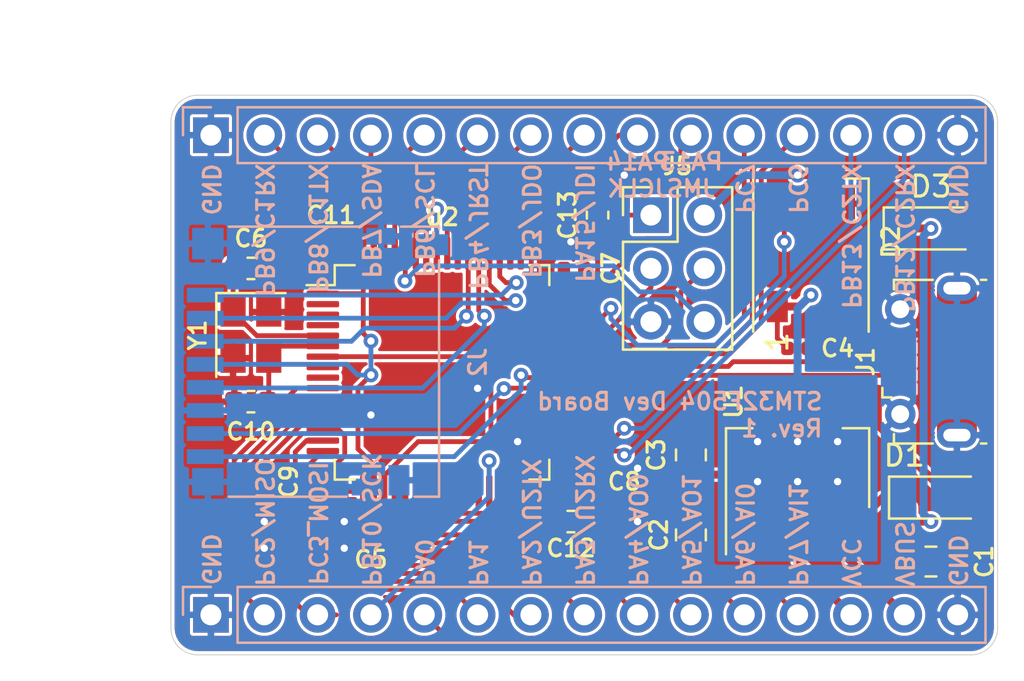
<source format=kicad_pcb>
(kicad_pcb (version 20171130) (host pcbnew 5.1.6+dfsg1-1)
  (layers (0 F.Cu signal) (31 B.Cu signal) (34 B.Paste user) (35 F.Paste user) (36 B.SilkS user) (37 F.SilkS user) (38 B.Mask user) (39 F.Mask user) (44 Edge.Cuts user))
  (net 0 "")
  (net 1 GND)
  (net 2 VBUS)
  (net 3 VCC)
  (net 4 "Net-(J1-Pad4)")
  (net 5 0)
  (net 6 RXD)
  (net 7 TXD)
  (net 8 EN)
  (net 9 "Net-(D1-Pad2)")
  (net 10 RGB)
  (net 11 "Net-(C13-Pad1)")
  (net 12 SD_DET)
  (net 13 SD_D2)
  (net 14 SD_D3)
  (net 15 SD_CMD)
  (net 16 SD_CLK)
  (net 17 SD_D0)
  (net 18 SD_D1)
  (net 19 DP)
  (net 20 DM)
  (net 21 PA1)
  (net 22 PA0)
  (net 23 PB12_CAN2_RX)
  (net 24 PB13_CAN2_TX)
  (net 25 PC7)
  (net 26 PC6)
  (net 27 PC3_MOSI)
  (net 28 PC2_MISO)
  (net 29 PA7_AI1)
  (net 30 PA6_AI0)
  (net 31 PA5_AO1)
  (net 32 PA4_AO0)
  (net 33 PA3_U2_RX)
  (net 34 PA2_U2_TX)
  (net 35 PB10_SCK)
  (net 36 PB8_CAN1_TX)
  (net 37 PB9_CAN1_RX)
  (net 38 PA13_JMS)
  (net 39 PA14_JCLK)
  (net 40 PA15_JDI)
  (net 41 PB3_JDO)
  (net 42 PB4_JRST)
  (net 43 PB6_SCL)
  (net 44 PB7_SDA)
  (net 45 "Net-(C6-Pad1)")
  (net 46 "Net-(C10-Pad1)")
  (net 47 "Net-(C12-Pad1)")
  (net 48 "Net-(D2-Pad2)")
  (net 49 "Net-(D3-Pad2)")
  (net 50 "Net-(U2-Pad44)")
  (net 51 "Net-(U2-Pad41)")
  (net 52 "Net-(U2-Pad30)")
  (net 53 "Net-(U2-Pad28)")
  (net 54 "Net-(U2-Pad27)")
  (net 55 "Net-(U2-Pad26)")
  (net 56 "Net-(U2-Pad25)")
  (net 57 "Net-(U2-Pad24)")
  (net 58 "Net-(U2-Pad9)")
  (net 59 "Net-(U2-Pad8)")
  (net 60 "Net-(U2-Pad4)")
  (net 61 "Net-(U2-Pad3)")
  (net 62 "Net-(U2-Pad2)")
  (module Diode_SMD:D_SOD-123 (layer F.Cu) (at 171.45 90.805)
    (fp_text reference D3 (at 0 -2) (layer F.SilkS))
    (fp_text value ~)
    (pad 2 smd rect (at 1.65 0) (size 0.9 1.2) (layers F.Cu F.Paste F.Mask) (net 49 "Net-(D3-Pad2)"))
    (pad 1 smd rect (at -1.65 0) (size 0.9 1.2) (layers F.Cu F.Paste F.Mask) (net 2 VBUS))
  )
  (module Diode_SMD:D_SOD-123 (layer F.Cu) (at 171.704 103.632)
    (fp_text reference D1 (at -1.524 -2) (layer F.SilkS))
    (fp_text value ~)
    (pad 2 smd rect (at 1.65 0) (size 0.9 1.2) (layers F.Cu F.Paste F.Mask) (net 9 "Net-(D1-Pad2)"))
    (pad 1 smd rect (at -1.65 0) (size 0.9 1.2) (layers F.Cu F.Paste F.Mask) (net 2 VBUS))
  )
  (module Capacitor_SMD:C_0603_1608Metric (layer F.Cu) (at 139.065 99.06 180)
    (fp_text reference C10 (at 0 -1.43) (layer F.SilkS) (effects (font (size 0.8 0.8))))
    (fp_text value 22pF)
    (pad 2 smd roundrect (at 0.7875 0 180) (size 0.875 0.95) (layers F.Cu F.Paste F.Mask) (net 1 GND))
    (pad 1 smd roundrect (at -0.7875 0 180) (size 0.875 0.95) (layers F.Cu F.Paste F.Mask) (net 46 "Net-(C10-Pad1)"))
  )
  (module Capacitor_SMD:C_0603_1608Metric (layer F.Cu) (at 139.065 92.71)
    (fp_text reference C6 (at 0 -1.43) (layer F.SilkS) (effects (font (size 0.8 0.8))))
    (fp_text value 22pF)
    (pad 2 smd roundrect (at 0.7875 0) (size 0.875 0.95) (layers F.Cu F.Paste F.Mask) (net 1 GND))
    (pad 1 smd roundrect (at -0.7875 0) (size 0.875 0.95) (layers F.Cu F.Paste F.Mask) (net 45 "Net-(C6-Pad1)"))
  )
  (module Capacitor_SMD:C_0603_1608Metric (layer F.Cu) (at 155.575 90.17 90)
    (fp_text reference C13 (at 0 -1.43 90) (layer F.SilkS) (effects (font (size 0.8 0.8))))
    (fp_text value 2.2uF)
    (pad 2 smd roundrect (at 0.7875 0 90) (size 0.875 0.95) (layers F.Cu F.Paste F.Mask) (net 1 GND))
    (pad 1 smd roundrect (at -0.7875 0 90) (size 0.875 0.95) (layers F.Cu F.Paste F.Mask) (net 11 "Net-(C13-Pad1)"))
  )
  (module Capacitor_SMD:C_0603_1608Metric (layer F.Cu) (at 154.305 104.775)
    (fp_text reference C12 (at 0 1.27) (layer F.SilkS) (effects (font (size 0.8 0.8))))
    (fp_text value 2.2uF)
    (pad 2 smd roundrect (at 0.7875 0) (size 0.875 0.95) (layers F.Cu F.Paste F.Mask) (net 1 GND))
    (pad 1 smd roundrect (at -0.7875 0) (size 0.875 0.95) (layers F.Cu F.Paste F.Mask) (net 47 "Net-(C12-Pad1)"))
  )
  (module Capacitor_SMD:C_0402_1005Metric (layer F.Cu) (at 142.875 91.44 180)
    (fp_text reference C11 (at 0 1.27) (layer F.SilkS) (effects (font (size 0.8 0.8))))
    (fp_text value 100nF)
    (pad 2 smd roundrect (at 0.485 0 180) (size 0.59 0.64) (layers F.Cu F.Paste F.Mask) (net 1 GND))
    (pad 1 smd roundrect (at -0.485 0 180) (size 0.59 0.64) (layers F.Cu F.Paste F.Mask) (net 3 VCC))
  )
  (module Capacitor_SMD:C_0402_1005Metric (layer F.Cu) (at 139.7 102.87 270)
    (fp_text reference C9 (at 0 -1.17 90) (layer F.SilkS) (effects (font (size 0.8 0.8))))
    (fp_text value 100nF)
    (pad 2 smd roundrect (at 0.485 0 270) (size 0.59 0.64) (layers F.Cu F.Paste F.Mask) (net 1 GND))
    (pad 1 smd roundrect (at -0.485 0 270) (size 0.59 0.64) (layers F.Cu F.Paste F.Mask) (net 3 VCC))
  )
  (module Capacitor_SMD:C_0402_1005Metric (layer F.Cu) (at 154.94 102.87)
    (fp_text reference C8 (at 1.905 0) (layer F.SilkS) (effects (font (size 0.8 0.8))))
    (fp_text value 100nF)
    (pad 2 smd roundrect (at 0.485 0) (size 0.59 0.64) (layers F.Cu F.Paste F.Mask) (net 1 GND))
    (pad 1 smd roundrect (at -0.485 0) (size 0.59 0.64) (layers F.Cu F.Paste F.Mask) (net 3 VCC))
  )
  (module Capacitor_SMD:C_0402_1005Metric (layer F.Cu) (at 154.455 92.71)
    (fp_text reference C7 (at 1.755 0 270) (layer F.SilkS) (effects (font (size 0.8 0.8))))
    (fp_text value 100nF)
    (pad 2 smd roundrect (at 0.485 0) (size 0.59 0.64) (layers F.Cu F.Paste F.Mask) (net 1 GND))
    (pad 1 smd roundrect (at -0.485 0) (size 0.59 0.64) (layers F.Cu F.Paste F.Mask) (net 3 VCC))
  )
  (module Capacitor_SMD:C_0402_1005Metric (layer F.Cu) (at 144.78 105.41 180)
    (fp_text reference C5 (at 0 -1.17) (layer F.SilkS) (effects (font (size 0.8 0.8))))
    (fp_text value 100nF)
    (pad 2 smd roundrect (at 0.485 0 180) (size 0.59 0.64) (layers F.Cu F.Paste F.Mask) (net 1 GND))
    (pad 1 smd roundrect (at -0.485 0 180) (size 0.59 0.64) (layers F.Cu F.Paste F.Mask) (net 3 VCC))
  )
  (module LED_SMD:LED_WS2812B_PLCC4_5.0x5.0mm_P3.2mm (layer F.Cu) (at 165.735 92.075 90)
    (fp_text reference D2 (at 0.635 3.81 90) (layer F.SilkS) (effects (font (size 0.8 0.8))))
    (fp_text value WS2812B)
    (fp_text user 1 (at -4.15 -1.6 90) (layer F.SilkS))
    (pad 1 smd rect (at -2.45 -1.6 90) (size 1.5 1) (layers F.Cu F.Paste F.Mask) (net 3 VCC))
    (pad 2 smd rect (at -2.45 1.6 90) (size 1.5 1) (layers F.Cu F.Paste F.Mask) (net 48 "Net-(D2-Pad2)"))
    (pad 4 smd rect (at 2.45 -1.6 90) (size 1.5 1) (layers F.Cu F.Paste F.Mask) (net 10 RGB))
    (pad 3 smd rect (at 2.45 1.6 90) (size 1.5 1) (layers F.Cu F.Paste F.Mask) (net 1 GND))
  )
  (module Connector_PinHeader_2.54mm:PinHeader_2x03_P2.54mm_Vertical (layer F.Cu) (at 158.115 90.17)
    (fp_text reference J5 (at 1.27 -2.33) (layer F.SilkS) (effects (font (size 0.8 0.8))))
    (fp_text value ~)
    (pad 6 thru_hole oval (at 2.54 5.08) (size 1.7 1.7) (drill 1) (layers *.Cu *.Mask) (net 5 0))
    (pad 5 thru_hole oval (at 0 5.08) (size 1.7 1.7) (drill 1) (layers *.Cu *.Mask) (net 1 GND))
    (pad 4 thru_hole oval (at 2.54 2.54) (size 1.7 1.7) (drill 1) (layers *.Cu *.Mask) (net 6 RXD))
    (pad 3 thru_hole oval (at 0 2.54) (size 1.7 1.7) (drill 1) (layers *.Cu *.Mask) (net 7 TXD))
    (pad 2 thru_hole oval (at 2.54 0) (size 1.7 1.7) (drill 1) (layers *.Cu *.Mask) (net 49 "Net-(D3-Pad2)"))
    (pad 1 thru_hole rect (at 0 0) (size 1.7 1.7) (drill 1) (layers *.Cu *.Mask) (net 8 EN))
  )
  (module Connector_Card:microSD_HC_Hirose_DM3D-SF (layer B.Cu) (at 142.24 97.155 90)
    (fp_text reference J2 (at -0.025 7.625 -90) (layer B.SilkS) (effects (font (size 0.8 0.8)) (justify mirror)))
    (fp_text value Micro_SD_Card_Det)
    (pad 10 smd rect (at 5.575 5.45 90) (size 1 1.55) (layers B.Cu B.Paste B.Mask) (net 12 SD_DET))
    (pad 11 smd rect (at 5.625 -5.225 90) (size 1.5 1.5) (layers B.Cu B.Paste B.Mask) (net 1 GND))
    (pad 1 smd rect (at 3.175 -5.35 90) (size 0.7 1.75) (layers B.Cu B.Paste B.Mask) (net 13 SD_D2))
    (pad 2 smd rect (at 2.075 -5.35 90) (size 0.7 1.75) (layers B.Cu B.Paste B.Mask) (net 14 SD_D3))
    (pad 3 smd rect (at 0.975 -5.35 90) (size 0.7 1.75) (layers B.Cu B.Paste B.Mask) (net 15 SD_CMD))
    (pad 4 smd rect (at -0.125 -5.35 90) (size 0.7 1.75) (layers B.Cu B.Paste B.Mask) (net 3 VCC))
    (pad 5 smd rect (at -1.225 -5.35 90) (size 0.7 1.75) (layers B.Cu B.Paste B.Mask) (net 16 SD_CLK))
    (pad 6 smd rect (at -2.325 -5.35 90) (size 0.7 1.75) (layers B.Cu B.Paste B.Mask) (net 1 GND))
    (pad 7 smd rect (at -3.425 -5.35 90) (size 0.7 1.75) (layers B.Cu B.Paste B.Mask) (net 17 SD_D0))
    (pad 11 smd rect (at 5.975 3.025 90) (size 0.8 1.4) (layers B.Cu B.Paste B.Mask) (net 1 GND))
    (pad 9 smd rect (at -5.65 3.875 90) (size 1.45 1) (layers B.Cu B.Paste B.Mask) (net 1 GND))
    (pad 11 smd rect (at -5.975 2.375 90) (size 0.8 1.5) (layers B.Cu B.Paste B.Mask) (net 1 GND))
    (pad 11 smd rect (at -5.725 -5.225 90) (size 1.3 1.5) (layers B.Cu B.Paste B.Mask) (net 1 GND))
    (pad 8 smd rect (at -4.525 -5.35 90) (size 0.7 1.75) (layers B.Cu B.Paste B.Mask) (net 18 SD_D1))
  )
  (module Connector_PinHeader_2.54mm:PinHeader_1x15_P2.54mm_Vertical (layer B.Cu) (at 137.16 86.36 270)
    (fp_text reference J4 hide)
    (fp_text value ~)
    (pad 15 thru_hole oval (at 0 -35.56 270) (size 1.7 1.7) (drill 1) (layers *.Cu *.Mask) (net 1 GND))
    (pad 14 thru_hole oval (at 0 -33.02 270) (size 1.7 1.7) (drill 1) (layers *.Cu *.Mask) (net 23 PB12_CAN2_RX))
    (pad 13 thru_hole oval (at 0 -30.48 270) (size 1.7 1.7) (drill 1) (layers *.Cu *.Mask) (net 24 PB13_CAN2_TX))
    (pad 12 thru_hole oval (at 0 -27.94 270) (size 1.7 1.7) (drill 1) (layers *.Cu *.Mask) (net 26 PC6))
    (pad 11 thru_hole oval (at 0 -25.4 270) (size 1.7 1.7) (drill 1) (layers *.Cu *.Mask) (net 25 PC7))
    (pad 10 thru_hole oval (at 0 -22.86 270) (size 1.7 1.7) (drill 1) (layers *.Cu *.Mask) (net 38 PA13_JMS))
    (pad 9 thru_hole oval (at 0 -20.32 270) (size 1.7 1.7) (drill 1) (layers *.Cu *.Mask) (net 39 PA14_JCLK))
    (pad 8 thru_hole oval (at 0 -17.78 270) (size 1.7 1.7) (drill 1) (layers *.Cu *.Mask) (net 40 PA15_JDI))
    (pad 7 thru_hole oval (at 0 -15.24 270) (size 1.7 1.7) (drill 1) (layers *.Cu *.Mask) (net 41 PB3_JDO))
    (pad 6 thru_hole oval (at 0 -12.7 270) (size 1.7 1.7) (drill 1) (layers *.Cu *.Mask) (net 42 PB4_JRST))
    (pad 5 thru_hole oval (at 0 -10.16 270) (size 1.7 1.7) (drill 1) (layers *.Cu *.Mask) (net 43 PB6_SCL))
    (pad 4 thru_hole oval (at 0 -7.62 270) (size 1.7 1.7) (drill 1) (layers *.Cu *.Mask) (net 44 PB7_SDA))
    (pad 3 thru_hole oval (at 0 -5.08 270) (size 1.7 1.7) (drill 1) (layers *.Cu *.Mask) (net 36 PB8_CAN1_TX))
    (pad 2 thru_hole oval (at 0 -2.54 270) (size 1.7 1.7) (drill 1) (layers *.Cu *.Mask) (net 37 PB9_CAN1_RX))
    (pad 1 thru_hole rect (at 0 0 270) (size 1.7 1.7) (drill 1) (layers *.Cu *.Mask) (net 1 GND))
  )
  (module Connector_PinHeader_2.54mm:PinHeader_1x15_P2.54mm_Vertical (layer B.Cu) (at 137.16 109.22 270)
    (fp_text reference J3 hide)
    (fp_text value ~)
    (pad 15 thru_hole oval (at 0 -35.56 270) (size 1.7 1.7) (drill 1) (layers *.Cu *.Mask) (net 1 GND))
    (pad 14 thru_hole oval (at 0 -33.02 270) (size 1.7 1.7) (drill 1) (layers *.Cu *.Mask) (net 2 VBUS))
    (pad 13 thru_hole oval (at 0 -30.48 270) (size 1.7 1.7) (drill 1) (layers *.Cu *.Mask) (net 3 VCC))
    (pad 12 thru_hole oval (at 0 -27.94 270) (size 1.7 1.7) (drill 1) (layers *.Cu *.Mask) (net 29 PA7_AI1))
    (pad 11 thru_hole oval (at 0 -25.4 270) (size 1.7 1.7) (drill 1) (layers *.Cu *.Mask) (net 30 PA6_AI0))
    (pad 10 thru_hole oval (at 0 -22.86 270) (size 1.7 1.7) (drill 1) (layers *.Cu *.Mask) (net 31 PA5_AO1))
    (pad 9 thru_hole oval (at 0 -20.32 270) (size 1.7 1.7) (drill 1) (layers *.Cu *.Mask) (net 32 PA4_AO0))
    (pad 8 thru_hole oval (at 0 -17.78 270) (size 1.7 1.7) (drill 1) (layers *.Cu *.Mask) (net 33 PA3_U2_RX))
    (pad 7 thru_hole oval (at 0 -15.24 270) (size 1.7 1.7) (drill 1) (layers *.Cu *.Mask) (net 34 PA2_U2_TX))
    (pad 6 thru_hole oval (at 0 -12.7 270) (size 1.7 1.7) (drill 1) (layers *.Cu *.Mask) (net 21 PA1))
    (pad 5 thru_hole oval (at 0 -10.16 270) (size 1.7 1.7) (drill 1) (layers *.Cu *.Mask) (net 22 PA0))
    (pad 4 thru_hole oval (at 0 -7.62 270) (size 1.7 1.7) (drill 1) (layers *.Cu *.Mask) (net 35 PB10_SCK))
    (pad 3 thru_hole oval (at 0 -5.08 270) (size 1.7 1.7) (drill 1) (layers *.Cu *.Mask) (net 27 PC3_MOSI))
    (pad 2 thru_hole oval (at 0 -2.54 270) (size 1.7 1.7) (drill 1) (layers *.Cu *.Mask) (net 28 PC2_MISO))
    (pad 1 thru_hole rect (at 0 0 270) (size 1.7 1.7) (drill 1) (layers *.Cu *.Mask) (net 1 GND))
  )
  (module Connector_USB:USB_Micro-B_Molex-105017-0001 (layer F.Cu) (at 171.45 97.155 90)
    (fp_text reference J1 (at 0 -3.1125 90) (layer F.SilkS) (effects (font (size 0.8 0.8))))
    (fp_text value USB_B_Micro)
    (pad 6 smd rect (at -2.9 1.2375 90) (size 1.2 1.9) (layers F.Cu F.Mask) (net 1 GND))
    (pad 6 smd rect (at 2.9 1.2375 90) (size 1.2 1.9) (layers F.Cu F.Mask) (net 1 GND))
    (pad 6 thru_hole oval (at 3.5 1.2375 90) (size 1.2 1.9) (drill oval 0.6 1.3) (layers *.Cu *.Mask) (net 1 GND))
    (pad 6 thru_hole oval (at -3.5 1.2375 270) (size 1.2 1.9) (drill oval 0.6 1.3) (layers *.Cu *.Mask) (net 1 GND))
    (pad 6 smd rect (at -1 1.2375 90) (size 1.5 1.9) (layers F.Cu F.Paste F.Mask) (net 1 GND))
    (pad 6 thru_hole circle (at 2.5 -1.4625 90) (size 1.45 1.45) (drill 0.85) (layers *.Cu *.Mask) (net 1 GND))
    (pad 3 smd rect (at 0 -1.4625 90) (size 0.4 1.35) (layers F.Cu F.Paste F.Mask) (net 19 DP))
    (pad 4 smd rect (at 0.65 -1.4625 90) (size 0.4 1.35) (layers F.Cu F.Paste F.Mask) (net 4 "Net-(J1-Pad4)"))
    (pad 5 smd rect (at 1.3 -1.4625 90) (size 0.4 1.35) (layers F.Cu F.Paste F.Mask) (net 1 GND))
    (pad 1 smd rect (at -1.3 -1.4625 90) (size 0.4 1.35) (layers F.Cu F.Paste F.Mask) (net 9 "Net-(D1-Pad2)"))
    (pad 2 smd rect (at -0.65 -1.4625 90) (size 0.4 1.35) (layers F.Cu F.Paste F.Mask) (net 20 DM))
    (pad 6 thru_hole circle (at -2.5 -1.4625 90) (size 1.45 1.45) (drill 0.85) (layers *.Cu *.Mask) (net 1 GND))
    (pad 6 smd rect (at 1 1.2375 90) (size 1.5 1.9) (layers F.Cu F.Paste F.Mask) (net 1 GND))
  )
  (module Package_TO_SOT_SMD:SOT-223-3_TabPin2 (layer F.Cu) (at 165.1 102.235 90)
    (fp_text reference U1 (at 3.175 -3.048 90) (layer F.SilkS) (effects (font (size 0.8 0.8))))
    (fp_text value AMS1117-3.3)
    (pad 1 smd rect (at -3.15 -2.3 90) (size 2 1.5) (layers F.Cu F.Paste F.Mask) (net 1 GND))
    (pad 3 smd rect (at -3.15 2.3 90) (size 2 1.5) (layers F.Cu F.Paste F.Mask) (net 2 VBUS))
    (pad 2 smd rect (at -3.15 0 90) (size 2 1.5) (layers F.Cu F.Paste F.Mask) (net 3 VCC))
    (pad 2 smd rect (at 3.15 0 90) (size 2 3.8) (layers F.Cu F.Paste F.Mask) (net 3 VCC))
  )
  (module Capacitor_SMD:C_0402_1005Metric (layer F.Cu) (at 165.1 96.52)
    (fp_text reference C4 (at 1.905 0) (layer F.SilkS) (effects (font (size 0.8 0.8))))
    (fp_text value 100nF)
    (pad 2 smd roundrect (at 0.485 0) (size 0.59 0.64) (layers F.Cu F.Paste F.Mask) (net 1 GND))
    (pad 1 smd roundrect (at -0.485 0) (size 0.59 0.64) (layers F.Cu F.Paste F.Mask) (net 3 VCC))
  )
  (module Capacitor_SMD:C_0805_2012Metric (layer F.Cu) (at 160.02 101.6 90)
    (fp_text reference C3 (at 0 -1.65 90) (layer F.SilkS) (effects (font (size 0.8 0.8))))
    (fp_text value 10uF)
    (pad 2 smd roundrect (at 0.9375 0 90) (size 0.975 1.4) (layers F.Cu F.Paste F.Mask) (net 1 GND))
    (pad 1 smd roundrect (at -0.9375 0 90) (size 0.975 1.4) (layers F.Cu F.Paste F.Mask) (net 3 VCC))
  )
  (module Capacitor_SMD:C_0805_2012Metric (layer F.Cu) (at 160.02 105.41 270)
    (fp_text reference C2 (at 0 1.524 90) (layer F.SilkS) (effects (font (size 0.8 0.8))))
    (fp_text value 10uF)
    (pad 2 smd roundrect (at 0.9375 0 270) (size 0.975 1.4) (layers F.Cu F.Paste F.Mask) (net 1 GND))
    (pad 1 smd roundrect (at -0.9375 0 270) (size 0.975 1.4) (layers F.Cu F.Paste F.Mask) (net 3 VCC))
  )
  (module Capacitor_SMD:C_0805_2012Metric (layer F.Cu) (at 171.45 106.68)
    (fp_text reference C1 (at 2.54 0 90) (layer F.SilkS) (effects (font (size 0.8 0.8))))
    (fp_text value 10uF)
    (pad 2 smd roundrect (at 0.9375 0) (size 0.975 1.4) (layers F.Cu F.Paste F.Mask) (net 1 GND))
    (pad 1 smd roundrect (at -0.9375 0) (size 0.975 1.4) (layers F.Cu F.Paste F.Mask) (net 2 VBUS))
  )
  (module Crystal:Crystal_SMD_3225-4Pin_3.2x2.5mm (layer F.Cu) (at 139.065 95.885 270)
    (fp_text reference Y1 (at 0 2.54 90) (layer F.SilkS) (effects (font (size 0.8 0.8))))
    (fp_text value "16 MHz")
    (pad 4 smd rect (at -1.1 -0.85 270) (size 1.4 1.2) (layers F.Cu F.Paste F.Mask) (net 1 GND))
    (pad 3 smd rect (at 1.1 -0.85 270) (size 1.4 1.2) (layers F.Cu F.Paste F.Mask) (net 46 "Net-(C10-Pad1)"))
    (pad 2 smd rect (at 1.1 0.85 270) (size 1.4 1.2) (layers F.Cu F.Paste F.Mask) (net 1 GND))
    (pad 1 smd rect (at -1.1 0.85 270) (size 1.4 1.2) (layers F.Cu F.Paste F.Mask) (net 45 "Net-(C6-Pad1)"))
  )
  (module Package_QFP:LQFP-64_10x10mm_P0.5mm (layer F.Cu) (at 148.165 97.665)
    (fp_text reference U2 (at 0 -7.4) (layer F.SilkS) (effects (font (size 0.8 0.8))))
    (fp_text value STM32F405RGTx)
    (pad 64 smd roundrect (at -3.75 -5.675) (size 0.3 1.55) (layers F.Cu F.Paste F.Mask) (net 3 VCC))
    (pad 63 smd roundrect (at -3.25 -5.675) (size 0.3 1.55) (layers F.Cu F.Paste F.Mask) (net 1 GND))
    (pad 62 smd roundrect (at -2.75 -5.675) (size 0.3 1.55) (layers F.Cu F.Paste F.Mask) (net 37 PB9_CAN1_RX))
    (pad 61 smd roundrect (at -2.25 -5.675) (size 0.3 1.55) (layers F.Cu F.Paste F.Mask) (net 36 PB8_CAN1_TX))
    (pad 60 smd roundrect (at -1.75 -5.675) (size 0.3 1.55) (layers F.Cu F.Paste F.Mask) (net 5 0))
    (pad 59 smd roundrect (at -1.25 -5.675) (size 0.3 1.55) (layers F.Cu F.Paste F.Mask) (net 44 PB7_SDA))
    (pad 58 smd roundrect (at -0.75 -5.675) (size 0.3 1.55) (layers F.Cu F.Paste F.Mask) (net 43 PB6_SCL))
    (pad 57 smd roundrect (at -0.25 -5.675) (size 0.3 1.55) (layers F.Cu F.Paste F.Mask) (net 12 SD_DET))
    (pad 56 smd roundrect (at 0.25 -5.675) (size 0.3 1.55) (layers F.Cu F.Paste F.Mask) (net 42 PB4_JRST))
    (pad 55 smd roundrect (at 0.75 -5.675) (size 0.3 1.55) (layers F.Cu F.Paste F.Mask) (net 41 PB3_JDO))
    (pad 54 smd roundrect (at 1.25 -5.675) (size 0.3 1.55) (layers F.Cu F.Paste F.Mask) (net 15 SD_CMD))
    (pad 53 smd roundrect (at 1.75 -5.675) (size 0.3 1.55) (layers F.Cu F.Paste F.Mask) (net 16 SD_CLK))
    (pad 52 smd roundrect (at 2.25 -5.675) (size 0.3 1.55) (layers F.Cu F.Paste F.Mask) (net 14 SD_D3))
    (pad 51 smd roundrect (at 2.75 -5.675) (size 0.3 1.55) (layers F.Cu F.Paste F.Mask) (net 13 SD_D2))
    (pad 50 smd roundrect (at 3.25 -5.675) (size 0.3 1.55) (layers F.Cu F.Paste F.Mask) (net 40 PA15_JDI))
    (pad 49 smd roundrect (at 3.75 -5.675) (size 0.3 1.55) (layers F.Cu F.Paste F.Mask) (net 39 PA14_JCLK))
    (pad 48 smd roundrect (at 5.675 -3.75) (size 1.55 0.3) (layers F.Cu F.Paste F.Mask) (net 3 VCC))
    (pad 47 smd roundrect (at 5.675 -3.25) (size 1.55 0.3) (layers F.Cu F.Paste F.Mask) (net 11 "Net-(C13-Pad1)"))
    (pad 46 smd roundrect (at 5.675 -2.75) (size 1.55 0.3) (layers F.Cu F.Paste F.Mask) (net 38 PA13_JMS))
    (pad 45 smd roundrect (at 5.675 -2.25) (size 1.55 0.3) (layers F.Cu F.Paste F.Mask) (net 10 RGB))
    (pad 44 smd roundrect (at 5.675 -1.75) (size 1.55 0.3) (layers F.Cu F.Paste F.Mask) (net 50 "Net-(U2-Pad44)"))
    (pad 43 smd roundrect (at 5.675 -1.25) (size 1.55 0.3) (layers F.Cu F.Paste F.Mask) (net 7 TXD))
    (pad 42 smd roundrect (at 5.675 -0.75) (size 1.55 0.3) (layers F.Cu F.Paste F.Mask) (net 6 RXD))
    (pad 41 smd roundrect (at 5.675 -0.25) (size 1.55 0.3) (layers F.Cu F.Paste F.Mask) (net 51 "Net-(U2-Pad41)"))
    (pad 40 smd roundrect (at 5.675 0.25) (size 1.55 0.3) (layers F.Cu F.Paste F.Mask) (net 18 SD_D1))
    (pad 39 smd roundrect (at 5.675 0.75) (size 1.55 0.3) (layers F.Cu F.Paste F.Mask) (net 17 SD_D0))
    (pad 38 smd roundrect (at 5.675 1.25) (size 1.55 0.3) (layers F.Cu F.Paste F.Mask) (net 25 PC7))
    (pad 37 smd roundrect (at 5.675 1.75) (size 1.55 0.3) (layers F.Cu F.Paste F.Mask) (net 26 PC6))
    (pad 36 smd roundrect (at 5.675 2.25) (size 1.55 0.3) (layers F.Cu F.Paste F.Mask) (net 19 DP))
    (pad 35 smd roundrect (at 5.675 2.75) (size 1.55 0.3) (layers F.Cu F.Paste F.Mask) (net 20 DM))
    (pad 34 smd roundrect (at 5.675 3.25) (size 1.55 0.3) (layers F.Cu F.Paste F.Mask) (net 24 PB13_CAN2_TX))
    (pad 33 smd roundrect (at 5.675 3.75) (size 1.55 0.3) (layers F.Cu F.Paste F.Mask) (net 23 PB12_CAN2_RX))
    (pad 32 smd roundrect (at 3.75 5.675) (size 0.3 1.55) (layers F.Cu F.Paste F.Mask) (net 3 VCC))
    (pad 31 smd roundrect (at 3.25 5.675) (size 0.3 1.55) (layers F.Cu F.Paste F.Mask) (net 47 "Net-(C12-Pad1)"))
    (pad 30 smd roundrect (at 2.75 5.675) (size 0.3 1.55) (layers F.Cu F.Paste F.Mask) (net 52 "Net-(U2-Pad30)"))
    (pad 29 smd roundrect (at 2.25 5.675) (size 0.3 1.55) (layers F.Cu F.Paste F.Mask) (net 35 PB10_SCK))
    (pad 28 smd roundrect (at 1.75 5.675) (size 0.3 1.55) (layers F.Cu F.Paste F.Mask) (net 53 "Net-(U2-Pad28)"))
    (pad 27 smd roundrect (at 1.25 5.675) (size 0.3 1.55) (layers F.Cu F.Paste F.Mask) (net 54 "Net-(U2-Pad27)"))
    (pad 26 smd roundrect (at 0.75 5.675) (size 0.3 1.55) (layers F.Cu F.Paste F.Mask) (net 55 "Net-(U2-Pad26)"))
    (pad 25 smd roundrect (at 0.25 5.675) (size 0.3 1.55) (layers F.Cu F.Paste F.Mask) (net 56 "Net-(U2-Pad25)"))
    (pad 24 smd roundrect (at -0.25 5.675) (size 0.3 1.55) (layers F.Cu F.Paste F.Mask) (net 57 "Net-(U2-Pad24)"))
    (pad 23 smd roundrect (at -0.75 5.675) (size 0.3 1.55) (layers F.Cu F.Paste F.Mask) (net 29 PA7_AI1))
    (pad 22 smd roundrect (at -1.25 5.675) (size 0.3 1.55) (layers F.Cu F.Paste F.Mask) (net 30 PA6_AI0))
    (pad 21 smd roundrect (at -1.75 5.675) (size 0.3 1.55) (layers F.Cu F.Paste F.Mask) (net 31 PA5_AO1))
    (pad 20 smd roundrect (at -2.25 5.675) (size 0.3 1.55) (layers F.Cu F.Paste F.Mask) (net 32 PA4_AO0))
    (pad 19 smd roundrect (at -2.75 5.675) (size 0.3 1.55) (layers F.Cu F.Paste F.Mask) (net 3 VCC))
    (pad 18 smd roundrect (at -3.25 5.675) (size 0.3 1.55) (layers F.Cu F.Paste F.Mask) (net 1 GND))
    (pad 17 smd roundrect (at -3.75 5.675) (size 0.3 1.55) (layers F.Cu F.Paste F.Mask) (net 33 PA3_U2_RX))
    (pad 16 smd roundrect (at -5.675 3.75) (size 1.55 0.3) (layers F.Cu F.Paste F.Mask) (net 34 PA2_U2_TX))
    (pad 15 smd roundrect (at -5.675 3.25) (size 1.55 0.3) (layers F.Cu F.Paste F.Mask) (net 21 PA1))
    (pad 14 smd roundrect (at -5.675 2.75) (size 1.55 0.3) (layers F.Cu F.Paste F.Mask) (net 22 PA0))
    (pad 13 smd roundrect (at -5.675 2.25) (size 1.55 0.3) (layers F.Cu F.Paste F.Mask) (net 3 VCC))
    (pad 12 smd roundrect (at -5.675 1.75) (size 1.55 0.3) (layers F.Cu F.Paste F.Mask) (net 1 GND))
    (pad 11 smd roundrect (at -5.675 1.25) (size 1.55 0.3) (layers F.Cu F.Paste F.Mask) (net 27 PC3_MOSI))
    (pad 10 smd roundrect (at -5.675 0.75) (size 1.55 0.3) (layers F.Cu F.Paste F.Mask) (net 28 PC2_MISO))
    (pad 9 smd roundrect (at -5.675 0.25) (size 1.55 0.3) (layers F.Cu F.Paste F.Mask) (net 58 "Net-(U2-Pad9)"))
    (pad 8 smd roundrect (at -5.675 -0.25) (size 1.55 0.3) (layers F.Cu F.Paste F.Mask) (net 59 "Net-(U2-Pad8)"))
    (pad 7 smd roundrect (at -5.675 -0.75) (size 1.55 0.3) (layers F.Cu F.Paste F.Mask) (net 8 EN))
    (pad 6 smd roundrect (at -5.675 -1.25) (size 1.55 0.3) (layers F.Cu F.Paste F.Mask) (net 46 "Net-(C10-Pad1)"))
    (pad 5 smd roundrect (at -5.675 -1.75) (size 1.55 0.3) (layers F.Cu F.Paste F.Mask) (net 45 "Net-(C6-Pad1)"))
    (pad 4 smd roundrect (at -5.675 -2.25) (size 1.55 0.3) (layers F.Cu F.Paste F.Mask) (net 60 "Net-(U2-Pad4)"))
    (pad 3 smd roundrect (at -5.675 -2.75) (size 1.55 0.3) (layers F.Cu F.Paste F.Mask) (net 61 "Net-(U2-Pad3)"))
    (pad 2 smd roundrect (at -5.675 -3.25) (size 1.55 0.3) (layers F.Cu F.Paste F.Mask) (net 62 "Net-(U2-Pad2)"))
    (pad 1 smd roundrect (at -5.675 -3.75) (size 1.55 0.3) (layers F.Cu F.Paste F.Mask) (net 3 VCC))
  )
  (gr_text "STM32F504 Dev Board\nRev. 1" (at 166.37 99.695) (layer B.SilkS) (effects (font (size 0.8 0.8)) (justify left mirror)))
  (gr_text GND (at 137.16 87.63 270) (layer B.SilkS) (effects (font (size 0.8 0.8)) (justify right mirror)))
  (gr_text PB9/C1RX (at 139.7 87.63 270) (layer B.SilkS) (effects (font (size 0.8 0.8)) (justify right mirror)))
  (gr_text PB8/C1TX (at 142.24 87.63 270) (layer B.SilkS) (effects (font (size 0.8 0.8)) (justify right mirror)))
  (gr_text PB7/SDA (at 144.78 87.63 270) (layer B.SilkS) (effects (font (size 0.8 0.8)) (justify right mirror)))
  (gr_text PB6/SCL (at 147.32 87.63 270) (layer B.SilkS) (effects (font (size 0.8 0.8)) (justify right mirror)))
  (gr_text PB4/JRST (at 149.86 87.63 270) (layer B.SilkS) (effects (font (size 0.8 0.8)) (justify right mirror)))
  (gr_text PB3/JDO (at 152.4 87.63 270) (layer B.SilkS) (effects (font (size 0.8 0.8)) (justify right mirror)))
  (gr_text PA15/JDI (at 154.94 87.63 270) (layer B.SilkS) (effects (font (size 0.8 0.8)) (justify right mirror)))
  (gr_text "PA14\nJCLK" (at 157.48 88.265) (layer B.SilkS) (effects (font (size 0.8 0.8)) (justify mirror)))
  (gr_text "PA13\nJMS" (at 160.02 88.265) (layer B.SilkS) (effects (font (size 0.8 0.8)) (justify mirror)))
  (gr_text PC7 (at 162.56 87.63 270) (layer B.SilkS) (effects (font (size 0.8 0.8)) (justify right mirror)))
  (gr_text PC6 (at 165.1 87.63 270) (layer B.SilkS) (effects (font (size 0.8 0.8)) (justify right mirror)))
  (gr_text PB13/C2TX (at 167.64 87.63 270) (layer B.SilkS) (effects (font (size 0.8 0.8)) (justify right mirror)))
  (gr_text PB12/C2RX (at 170.18 87.63 270) (layer B.SilkS) (effects (font (size 0.8 0.8)) (justify right mirror)))
  (gr_text GND (at 172.72 87.63 270) (layer B.SilkS) (effects (font (size 0.8 0.8)) (justify right mirror)))
  (gr_text PA2/U2TX (at 152.4 107.95 270) (layer B.SilkS) (effects (font (size 0.8 0.8)) (justify left mirror)))
  (gr_text PA1 (at 149.86 107.95 270) (layer B.SilkS) (effects (font (size 0.8 0.8)) (justify left mirror)))
  (gr_text PA0 (at 147.32 107.95 270) (layer B.SilkS) (effects (font (size 0.8 0.8)) (justify left mirror)))
  (gr_text PB10/SCK (at 144.78 107.95 270) (layer B.SilkS) (effects (font (size 0.8 0.8)) (justify left mirror)))
  (gr_text PC3_MOSI (at 142.24 107.89 270) (layer B.SilkS) (effects (font (size 0.8 0.8)) (justify left mirror)))
  (gr_text GND (at 137.16 107.89 270) (layer B.SilkS) (effects (font (size 0.8 0.8)) (justify left mirror)))
  (gr_text PC2/MISO (at 139.7 107.95 270) (layer B.SilkS) (effects (font (size 0.8 0.8)) (justify left mirror)))
  (gr_text PA3/U2RX (at 154.94 107.95 270) (layer B.SilkS) (effects (font (size 0.8 0.8)) (justify left mirror)))
  (gr_text PA4/AO0 (at 157.48 107.95 270) (layer B.SilkS) (effects (font (size 0.8 0.8)) (justify left mirror)))
  (gr_text PA5/AO1 (at 160.02 107.95 270) (layer B.SilkS) (effects (font (size 0.8 0.8)) (justify left mirror)))
  (gr_text PA6/AI0 (at 162.56 107.95 270) (layer B.SilkS) (effects (font (size 0.8 0.8)) (justify left mirror)))
  (gr_text PA7/AI1 (at 165.1 107.95 270) (layer B.SilkS) (effects (font (size 0.8 0.8)) (justify left mirror)))
  (gr_text VCC (at 167.64 107.95 270) (layer B.SilkS) (effects (font (size 0.8 0.8)) (justify left mirror)))
  (gr_text VBUS (at 170.18 107.95 270) (layer B.SilkS) (effects (font (size 0.8 0.8)) (justify left mirror)))
  (gr_text GND (at 172.72 107.95 270) (layer B.SilkS) (effects (font (size 0.8 0.8)) (justify left mirror)))
  (gr_arc (start 173.355 85.725) (end 174.625 85.725) (angle -90) (layer Edge.Cuts) (width 0.05))
  (gr_arc (start 173.355 109.855) (end 173.355 111.125) (angle -90) (layer Edge.Cuts) (width 0.05))
  (gr_arc (start 136.525 109.855) (end 135.255 109.855) (angle -90) (layer Edge.Cuts) (width 0.05))
  (gr_arc (start 136.525 85.725) (end 136.525 84.455) (angle -90) (layer Edge.Cuts) (width 0.05))
  (gr_line (start 135.255 109.855) (end 135.255 85.725) (layer Edge.Cuts) (width 0.05))
  (gr_line (start 173.355 111.125) (end 136.525 111.125) (layer Edge.Cuts) (width 0.05))
  (gr_line (start 174.625 85.725) (end 174.625 109.855) (layer Edge.Cuts) (width 0.05))
  (gr_line (start 136.525 84.455) (end 173.355 84.455) (layer Edge.Cuts) (width 0.05))
  (via (at 144.78 99.695) (size 0.7) (drill 0.35) (layers F.Cu B.Cu) (net 1))
  (via (at 157.48 104.775) (size 0.7) (drill 0.35) (layers F.Cu B.Cu) (net 1))
  (via (at 157.48 102.235) (size 0.7) (drill 0.35) (layers F.Cu B.Cu) (net 1))
  (via (at 151.765 100.965) (size 0.7) (drill 0.35) (layers F.Cu B.Cu) (net 1))
  (via (at 149.86 98.425) (size 0.7) (drill 0.35) (layers F.Cu B.Cu) (net 1))
  (via (at 156.845 88.265) (size 0.7) (drill 0.35) (layers F.Cu B.Cu) (net 1))
  (via (at 154.305 91.44) (size 0.7) (drill 0.35) (layers F.Cu B.Cu) (net 1))
  (via (at 143.51 104.775) (size 0.7) (drill 0.35) (layers F.Cu B.Cu) (net 1))
  (via (at 143.51 106.045) (size 0.7) (drill 0.35) (layers F.Cu B.Cu) (net 1))
  (via (at 139.7 104.775) (size 0.7) (drill 0.35) (layers F.Cu B.Cu) (net 1))
  (via (at 139.7 106.045) (size 0.7) (drill 0.35) (layers F.Cu B.Cu) (net 1))
  (segment (start 167.4 106.44) (end 170.18 109.22) (width 0.381) (layer F.Cu) (net 2))
  (segment (start 167.4 105.385) (end 167.4 106.44) (width 0.381) (layer F.Cu) (net 2))
  (segment (start 169.153 103.632) (end 167.4 105.385) (width 0.381) (layer F.Cu) (net 2))
  (segment (start 170.054 103.632) (end 169.153 103.632) (width 0.381) (layer F.Cu) (net 2))
  (segment (start 170.5125 104.0905) (end 170.054 103.632) (width 0.381) (layer F.Cu) (net 2))
  (via (at 171.45 90.805) (size 0.7) (drill 0.35) (layers F.Cu B.Cu) (net 2))
  (segment (start 169.8 90.805) (end 171.45 90.805) (width 0.381) (layer F.Cu) (net 2))
  (segment (start 171.100001 104.425001) (end 171.45 104.775) (width 0.381) (layer B.Cu) (net 2))
  (via (at 171.45 104.775) (size 0.7) (drill 0.35) (layers F.Cu B.Cu) (net 2))
  (segment (start 171.100001 91.154999) (end 171.100001 104.425001) (width 0.381) (layer B.Cu) (net 2))
  (segment (start 171.45 90.805) (end 171.100001 91.154999) (width 0.381) (layer B.Cu) (net 2))
  (segment (start 170.54 104.775) (end 170.5125 104.7475) (width 0.381) (layer F.Cu) (net 2))
  (segment (start 171.45 104.775) (end 170.54 104.775) (width 0.381) (layer F.Cu) (net 2))
  (segment (start 170.5125 104.7475) (end 170.5125 104.0905) (width 0.381) (layer F.Cu) (net 2))
  (segment (start 170.5125 106.68) (end 170.5125 104.7475) (width 0.381) (layer F.Cu) (net 2))
  (segment (start 160.0325 102.55) (end 160.02 102.5375) (width 0.2286) (layer F.Cu) (net 3))
  (segment (start 145.415 105.26) (end 145.415 103.34) (width 0.2286) (layer F.Cu) (net 3))
  (segment (start 145.265 105.41) (end 145.415 105.26) (width 0.2286) (layer F.Cu) (net 3))
  (segment (start 153.97 93.785) (end 153.84 93.915) (width 0.2286) (layer F.Cu) (net 3))
  (segment (start 153.97 92.71) (end 153.97 93.785) (width 0.2286) (layer F.Cu) (net 3))
  (segment (start 165.1 100.965) (end 165.1 99.085) (width 0.2286) (layer F.Cu) (net 3))
  (via (at 165.1 100.965) (size 0.7) (drill 0.35) (layers F.Cu B.Cu) (net 3))
  (via (at 163.195 100.965) (size 0.7) (drill 0.35) (layers F.Cu B.Cu) (net 3))
  (via (at 167.005 100.965) (size 0.7) (drill 0.35) (layers F.Cu B.Cu) (net 3))
  (via (at 167.005 102.87) (size 0.7) (drill 0.35) (layers F.Cu B.Cu) (net 3))
  (segment (start 165.1 102.87) (end 165.1 102.55) (width 0.2286) (layer F.Cu) (net 3))
  (via (at 165.1 102.87) (size 0.7) (drill 0.35) (layers F.Cu B.Cu) (net 3))
  (via (at 163.195 102.87) (size 0.7) (drill 0.35) (layers F.Cu B.Cu) (net 3))
  (segment (start 162.8625 102.5375) (end 163.195 102.87) (width 0.381) (layer F.Cu) (net 3))
  (segment (start 160.02 102.5375) (end 162.8625 102.5375) (width 0.381) (layer F.Cu) (net 3))
  (segment (start 160.02 102.5375) (end 160.02 104.4725) (width 0.381) (layer F.Cu) (net 3))
  (segment (start 165.1 106.68) (end 167.64 109.22) (width 0.381) (layer F.Cu) (net 3))
  (segment (start 165.1 105.385) (end 165.1 106.68) (width 0.381) (layer F.Cu) (net 3))
  (via (at 165.735 93.98) (size 0.7) (drill 0.35) (layers F.Cu B.Cu) (net 3))
  (segment (start 165.19 94.525) (end 165.735 93.98) (width 0.381) (layer F.Cu) (net 3))
  (segment (start 164.135 94.525) (end 165.19 94.525) (width 0.381) (layer F.Cu) (net 3))
  (segment (start 165.1 94.615) (end 165.1 100.965) (width 0.381) (layer B.Cu) (net 3))
  (segment (start 165.735 93.98) (end 165.1 94.615) (width 0.381) (layer B.Cu) (net 3))
  (segment (start 164.135 96.04) (end 164.615 96.52) (width 0.2286) (layer F.Cu) (net 3))
  (segment (start 164.135 94.525) (end 164.135 96.04) (width 0.2286) (layer F.Cu) (net 3))
  (segment (start 151.915 103.34) (end 151.915 102.385) (width 0.2286) (layer F.Cu) (net 3))
  (segment (start 151.915 102.385) (end 150.495 100.965) (width 0.2286) (layer F.Cu) (net 3))
  (segment (start 145.415 102.581746) (end 145.415 103.34) (width 0.2286) (layer F.Cu) (net 3))
  (segment (start 147.031746 100.965) (end 145.415 102.581746) (width 0.2286) (layer F.Cu) (net 3))
  (segment (start 150.495 100.965) (end 147.031746 100.965) (width 0.2286) (layer F.Cu) (net 3))
  (segment (start 159.02459 103.53291) (end 160.02 102.5375) (width 0.381) (layer F.Cu) (net 3))
  (segment (start 151.915 103.34) (end 152.10791 103.53291) (width 0.381) (layer F.Cu) (net 3))
  (segment (start 154.46709 102.88209) (end 154.455 102.87) (width 0.2286) (layer F.Cu) (net 3))
  (segment (start 154.46709 103.53291) (end 154.46709 102.88209) (width 0.2286) (layer F.Cu) (net 3))
  (segment (start 152.10791 103.53291) (end 154.46709 103.53291) (width 0.381) (layer F.Cu) (net 3))
  (segment (start 154.46709 103.53291) (end 159.02459 103.53291) (width 0.381) (layer F.Cu) (net 3))
  (segment (start 152.79829 94.18171) (end 152.79829 94.98171) (width 0.2286) (layer F.Cu) (net 3))
  (segment (start 153.065 93.915) (end 152.79829 94.18171) (width 0.2286) (layer F.Cu) (net 3))
  (segment (start 153.84 93.915) (end 153.065 93.915) (width 0.2286) (layer F.Cu) (net 3))
  (segment (start 152.79829 94.98171) (end 150.495 97.285) (width 0.2286) (layer F.Cu) (net 3))
  (segment (start 150.495 97.285) (end 150.495 100.965) (width 0.2286) (layer F.Cu) (net 3))
  (via (at 144.78 97.79) (size 0.7) (drill 0.35) (layers F.Cu B.Cu) (net 3))
  (segment (start 143.635 97.28) (end 144.145 97.79) (width 0.2286) (layer B.Cu) (net 3))
  (segment (start 136.89 97.28) (end 143.635 97.28) (width 0.2286) (layer B.Cu) (net 3))
  (segment (start 145.415 102.565) (end 145.415 103.34) (width 0.2286) (layer F.Cu) (net 3))
  (segment (start 144.163299 101.313299) (end 145.415 102.565) (width 0.2286) (layer F.Cu) (net 3))
  (segment (start 144.78 97.79) (end 144.163299 98.406701) (width 0.2286) (layer F.Cu) (net 3))
  (segment (start 142.511701 99.936701) (end 142.49 99.915) (width 0.2286) (layer F.Cu) (net 3))
  (segment (start 144.163299 99.936701) (end 142.511701 99.936701) (width 0.2286) (layer F.Cu) (net 3))
  (segment (start 144.163299 98.406701) (end 144.163299 99.936701) (width 0.2286) (layer F.Cu) (net 3))
  (segment (start 144.163299 99.936701) (end 144.163299 101.313299) (width 0.2286) (layer F.Cu) (net 3))
  (segment (start 144.145 97.79) (end 144.78 97.79) (width 0.2286) (layer B.Cu) (net 3))
  (segment (start 143.865 91.44) (end 144.415 91.99) (width 0.2286) (layer F.Cu) (net 3))
  (segment (start 143.36 91.44) (end 143.865 91.44) (width 0.2286) (layer F.Cu) (net 3))
  (segment (start 142.49 99.915) (end 141.715 99.915) (width 0.2286) (layer F.Cu) (net 3))
  (segment (start 139.7 101.93) (end 139.7 102.385) (width 0.2286) (layer F.Cu) (net 3))
  (segment (start 141.715 99.915) (end 139.7 101.93) (width 0.2286) (layer F.Cu) (net 3))
  (segment (start 144.78 97.79) (end 144.78 96.17) (width 0.2286) (layer B.Cu) (net 3))
  (via (at 144.78 96.17) (size 0.7) (drill 0.35) (layers F.Cu B.Cu) (net 3))
  (segment (start 144.415 95.805) (end 144.78 96.17) (width 0.2286) (layer F.Cu) (net 3))
  (segment (start 144.415 93.915) (end 142.49 93.915) (width 0.2286) (layer F.Cu) (net 3))
  (segment (start 144.415 91.99) (end 144.415 93.915) (width 0.2286) (layer F.Cu) (net 3))
  (segment (start 144.415 93.915) (end 144.415 95.805) (width 0.2286) (layer F.Cu) (net 3))
  (segment (start 146.415 93.295) (end 146.4 93.31) (width 0.2286) (layer F.Cu) (net 5))
  (via (at 146.4 93.31) (size 0.7) (drill 0.35) (layers F.Cu B.Cu) (net 5))
  (segment (start 146.415 91.99) (end 146.415 93.295) (width 0.2286) (layer F.Cu) (net 5))
  (segment (start 146.4 93.31) (end 147.12 92.59) (width 0.2286) (layer B.Cu) (net 5))
  (segment (start 157.578983 93.826701) (end 159.231701 93.826701) (width 0.2286) (layer B.Cu) (net 5))
  (segment (start 159.231701 93.826701) (end 160.655 95.25) (width 0.2286) (layer B.Cu) (net 5))
  (segment (start 156.342282 92.59) (end 157.578983 93.826701) (width 0.2286) (layer B.Cu) (net 5))
  (segment (start 147.12 92.59) (end 156.342282 92.59) (width 0.2286) (layer B.Cu) (net 5))
  (segment (start 159.538299 95.479419) (end 159.538299 93.826701) (width 0.2286) (layer F.Cu) (net 6))
  (segment (start 155.909849 96.366701) (end 158.651017 96.366701) (width 0.2286) (layer F.Cu) (net 6))
  (segment (start 155.36155 96.915) (end 155.909849 96.366701) (width 0.2286) (layer F.Cu) (net 6))
  (segment (start 158.651017 96.366701) (end 159.538299 95.479419) (width 0.2286) (layer F.Cu) (net 6))
  (segment (start 159.538299 93.826701) (end 160.655 92.71) (width 0.2286) (layer F.Cu) (net 6))
  (segment (start 153.84 96.915) (end 155.36155 96.915) (width 0.2286) (layer F.Cu) (net 6))
  (segment (start 158.115 93.62272) (end 158.115 92.71) (width 0.2286) (layer F.Cu) (net 7))
  (segment (start 153.84 96.415) (end 155.32272 96.415) (width 0.2286) (layer F.Cu) (net 7))
  (segment (start 155.32272 96.415) (end 158.115 93.62272) (width 0.2286) (layer F.Cu) (net 7))
  (segment (start 149.910333 96.915) (end 142.49 96.915) (width 0.2286) (layer F.Cu) (net 8))
  (segment (start 152.417279 94.408054) (end 149.910333 96.915) (width 0.2286) (layer F.Cu) (net 8))
  (segment (start 158.115 90.17) (end 154.32658 90.17) (width 0.2286) (layer F.Cu) (net 8))
  (segment (start 154.32658 90.17) (end 152.417279 92.079301) (width 0.2286) (layer F.Cu) (net 8))
  (segment (start 152.417279 92.079301) (end 152.417279 94.408054) (width 0.2286) (layer F.Cu) (net 8))
  (segment (start 172.384006 103.632) (end 173.354 103.632) (width 0.381) (layer F.Cu) (net 9))
  (segment (start 168.919599 100.167593) (end 172.384006 103.632) (width 0.381) (layer F.Cu) (net 9))
  (segment (start 168.919599 98.466901) (end 168.919599 100.167593) (width 0.381) (layer F.Cu) (net 9))
  (segment (start 168.9315 98.455) (end 168.919599 98.466901) (width 0.381) (layer F.Cu) (net 9))
  (segment (start 169.9875 98.455) (end 168.9315 98.455) (width 0.381) (layer F.Cu) (net 9))
  (via (at 156.21 94.615) (size 0.7) (drill 0.35) (layers F.Cu B.Cu) (net 10))
  (segment (start 155.41 95.415) (end 156.21 94.615) (width 0.2286) (layer F.Cu) (net 10))
  (segment (start 153.84 95.415) (end 155.41 95.415) (width 0.2286) (layer F.Cu) (net 10))
  (via (at 164.465 91.44) (size 0.7) (drill 0.35) (layers F.Cu B.Cu) (net 10))
  (segment (start 164.465 89.955) (end 164.135 89.625) (width 0.2286) (layer F.Cu) (net 10))
  (segment (start 164.465 91.44) (end 164.465 89.955) (width 0.2286) (layer F.Cu) (net 10))
  (segment (start 156.21 95.109974) (end 156.21 94.615) (width 0.2286) (layer B.Cu) (net 10))
  (segment (start 157.466727 96.366701) (end 156.21 95.109974) (width 0.2286) (layer B.Cu) (net 10))
  (segment (start 161.191017 96.366701) (end 157.466727 96.366701) (width 0.2286) (layer B.Cu) (net 10))
  (segment (start 164.465 93.092718) (end 161.191017 96.366701) (width 0.2286) (layer B.Cu) (net 10))
  (segment (start 164.465 91.44) (end 164.465 93.092718) (width 0.2286) (layer B.Cu) (net 10))
  (segment (start 155.0925 90.805) (end 155.50171 91.21421) (width 0.2286) (layer F.Cu) (net 11))
  (segment (start 154.615 94.415) (end 153.84 94.415) (width 0.2286) (layer F.Cu) (net 11))
  (segment (start 154.88171 94.14829) (end 154.615 94.415) (width 0.2286) (layer F.Cu) (net 11))
  (segment (start 154.88171 93.674072) (end 154.88171 94.14829) (width 0.2286) (layer F.Cu) (net 11))
  (segment (start 155.575 92.980782) (end 154.88171 93.674072) (width 0.2286) (layer F.Cu) (net 11))
  (segment (start 155.575 90.9575) (end 155.575 92.980782) (width 0.2286) (layer F.Cu) (net 11))
  (via (at 147.91 89.88) (size 0.7) (drill 0.35) (layers F.Cu B.Cu) (net 12))
  (segment (start 147.915 89.885) (end 147.91 89.88) (width 0.2286) (layer F.Cu) (net 12))
  (segment (start 147.915 91.99) (end 147.915 89.885) (width 0.2286) (layer F.Cu) (net 12))
  (segment (start 147.91 91.36) (end 147.69 91.58) (width 0.2286) (layer B.Cu) (net 12))
  (segment (start 147.91 89.88) (end 147.91 91.36) (width 0.2286) (layer B.Cu) (net 12))
  (segment (start 151.587157 93.387963) (end 151.70329 93.387963) (width 0.2286) (layer B.Cu) (net 13))
  (segment (start 150.915 91.99) (end 150.915 93.094647) (width 0.2286) (layer F.Cu) (net 13))
  (segment (start 151.208316 93.387963) (end 151.70329 93.387963) (width 0.2286) (layer F.Cu) (net 13))
  (segment (start 136.89 93.98) (end 150.99512 93.98) (width 0.2286) (layer B.Cu) (net 13))
  (segment (start 150.99512 93.98) (end 151.587157 93.387963) (width 0.2286) (layer B.Cu) (net 13))
  (via (at 151.70329 93.387963) (size 0.7) (drill 0.35) (layers F.Cu B.Cu) (net 13))
  (segment (start 150.915 93.094647) (end 151.208316 93.387963) (width 0.2286) (layer F.Cu) (net 13))
  (segment (start 148.36383 95.08) (end 149.082819 94.361011) (width 0.2286) (layer B.Cu) (net 14))
  (via (at 151.67609 94.239941) (size 0.7) (drill 0.35) (layers F.Cu B.Cu) (net 14))
  (segment (start 150.415 93.473825) (end 151.181116 94.239941) (width 0.2286) (layer F.Cu) (net 14))
  (segment (start 151.55502 94.361011) (end 151.67609 94.239941) (width 0.2286) (layer B.Cu) (net 14))
  (segment (start 136.89 95.08) (end 148.36383 95.08) (width 0.2286) (layer B.Cu) (net 14))
  (segment (start 151.181116 94.239941) (end 151.67609 94.239941) (width 0.2286) (layer F.Cu) (net 14))
  (segment (start 149.082819 94.361011) (end 151.55502 94.361011) (width 0.2286) (layer B.Cu) (net 14))
  (segment (start 150.415 91.99) (end 150.415 93.473825) (width 0.2286) (layer F.Cu) (net 14))
  (via (at 149.327642 94.988349) (size 0.7) (drill 0.35) (layers F.Cu B.Cu) (net 15))
  (segment (start 149.415 91.99) (end 149.415 94.900991) (width 0.2286) (layer F.Cu) (net 15))
  (segment (start 149.415 94.900991) (end 149.327642 94.988349) (width 0.2286) (layer F.Cu) (net 15))
  (segment (start 136.89 96.18) (end 143.857282 96.18) (width 0.2286) (layer B.Cu) (net 15))
  (segment (start 143.857282 96.18) (end 144.483983 95.553299) (width 0.2286) (layer B.Cu) (net 15))
  (segment (start 144.483983 95.553299) (end 148.762692 95.553299) (width 0.2286) (layer B.Cu) (net 15))
  (segment (start 148.762692 95.553299) (end 149.327642 94.988349) (width 0.2286) (layer B.Cu) (net 15))
  (segment (start 149.915 94.712735) (end 150.179986 94.977721) (width 0.2286) (layer F.Cu) (net 16))
  (segment (start 149.915 91.99) (end 149.915 94.712735) (width 0.2286) (layer F.Cu) (net 16))
  (via (at 150.179986 94.977721) (size 0.7) (drill 0.35) (layers F.Cu B.Cu) (net 16))
  (segment (start 147.245979 98.406702) (end 150.179986 95.472695) (width 0.2286) (layer B.Cu) (net 16))
  (segment (start 136.89 98.38) (end 136.916702 98.406702) (width 0.2286) (layer B.Cu) (net 16))
  (segment (start 136.916702 98.406702) (end 147.245979 98.406702) (width 0.2286) (layer B.Cu) (net 16))
  (segment (start 150.179986 95.472695) (end 150.179986 94.977721) (width 0.2286) (layer B.Cu) (net 16))
  (via (at 151.11171 98.44) (size 0.7) (drill 0.35) (layers F.Cu B.Cu) (net 17))
  (segment (start 136.89 100.58) (end 148.97171 100.58) (width 0.2286) (layer B.Cu) (net 17))
  (segment (start 148.97171 100.58) (end 151.11171 98.44) (width 0.2286) (layer B.Cu) (net 17))
  (segment (start 153.84 98.415) (end 151.13671 98.415) (width 0.2286) (layer F.Cu) (net 17))
  (segment (start 151.13671 98.415) (end 151.11171 98.44) (width 0.2286) (layer F.Cu) (net 17))
  (via (at 151.93 97.79829) (size 0.7) (drill 0.35) (layers F.Cu B.Cu) (net 18))
  (segment (start 153.84 97.915) (end 152.04671 97.915) (width 0.2286) (layer F.Cu) (net 18))
  (segment (start 152.04671 97.915) (end 151.93 97.79829) (width 0.2286) (layer F.Cu) (net 18))
  (segment (start 151.93 98.499428) (end 151.93 97.79829) (width 0.2286) (layer B.Cu) (net 18))
  (segment (start 148.749428 101.68) (end 151.93 98.499428) (width 0.2286) (layer B.Cu) (net 18))
  (segment (start 136.89 101.68) (end 148.749428 101.68) (width 0.2286) (layer B.Cu) (net 18))
  (segment (start 161.805638 97.382022) (end 159.252186 97.382022) (width 0.2286) (layer F.Cu) (net 19))
  (segment (start 159.252186 97.382022) (end 159.124474 97.509734) (width 0.2286) (layer F.Cu) (net 19))
  (segment (start 157.08118 97.509734) (end 154.675914 99.915) (width 0.2286) (layer F.Cu) (net 19))
  (segment (start 154.675914 99.915) (end 153.84 99.915) (width 0.2286) (layer F.Cu) (net 19))
  (segment (start 169.9875 97.155) (end 162.03266 97.155) (width 0.2286) (layer F.Cu) (net 19))
  (segment (start 159.124474 97.509734) (end 157.08118 97.509734) (width 0.2286) (layer F.Cu) (net 19))
  (segment (start 162.03266 97.155) (end 161.805638 97.382022) (width 0.2286) (layer F.Cu) (net 19))
  (segment (start 169.9875 97.805) (end 159.368038 97.805) (width 0.2286) (layer F.Cu) (net 20))
  (segment (start 159.282293 97.890745) (end 157.238999 97.890745) (width 0.2286) (layer F.Cu) (net 20))
  (segment (start 157.238999 97.890745) (end 154.714744 100.415) (width 0.2286) (layer F.Cu) (net 20))
  (segment (start 154.714744 100.415) (end 153.84 100.415) (width 0.2286) (layer F.Cu) (net 20))
  (segment (start 159.368038 97.805) (end 159.282293 97.890745) (width 0.2286) (layer F.Cu) (net 20))
  (segment (start 142.49 100.915) (end 141.715 100.915) (width 0.2286) (layer F.Cu) (net 21))
  (segment (start 141.715 100.915) (end 141.176967 101.453033) (width 0.2286) (layer F.Cu) (net 21))
  (segment (start 141.176967 106.853457) (end 142.334789 108.011279) (width 0.2286) (layer F.Cu) (net 21))
  (segment (start 141.176967 101.453033) (end 141.176967 106.853457) (width 0.2286) (layer F.Cu) (net 21))
  (segment (start 142.334789 108.011279) (end 148.651279 108.011279) (width 0.2286) (layer F.Cu) (net 21))
  (segment (start 148.651279 108.011279) (end 149.86 109.22) (width 0.2286) (layer F.Cu) (net 21))
  (segment (start 141.938989 106.537819) (end 141.938989 103.224265) (width 0.2286) (layer F.Cu) (net 22))
  (segment (start 143.53171 100.68171) (end 143.265 100.415) (width 0.2286) (layer F.Cu) (net 22))
  (segment (start 150.723936 107.249257) (end 142.650427 107.249257) (width 0.2286) (layer F.Cu) (net 22))
  (segment (start 143.265 100.415) (end 142.49 100.415) (width 0.2286) (layer F.Cu) (net 22))
  (segment (start 143.53171 101.631544) (end 143.53171 100.68171) (width 0.2286) (layer F.Cu) (net 22))
  (segment (start 147.32 109.22) (end 148.436701 110.336701) (width 0.2286) (layer F.Cu) (net 22))
  (segment (start 141.938989 103.224265) (end 143.53171 101.631544) (width 0.2286) (layer F.Cu) (net 22))
  (segment (start 142.650427 107.249257) (end 141.938989 106.537819) (width 0.2286) (layer F.Cu) (net 22))
  (segment (start 151.577978 108.103299) (end 150.723936 107.249257) (width 0.2286) (layer F.Cu) (net 22))
  (segment (start 153.516701 109.756017) (end 153.516701 108.683983) (width 0.2286) (layer F.Cu) (net 22))
  (segment (start 152.936017 110.336701) (end 153.516701 109.756017) (width 0.2286) (layer F.Cu) (net 22))
  (segment (start 148.436701 110.336701) (end 152.936017 110.336701) (width 0.2286) (layer F.Cu) (net 22))
  (segment (start 152.936017 108.103299) (end 151.577978 108.103299) (width 0.2286) (layer F.Cu) (net 22))
  (segment (start 153.516701 108.683983) (end 152.936017 108.103299) (width 0.2286) (layer F.Cu) (net 22))
  (via (at 156.845 101.6) (size 0.7) (drill 0.35) (layers F.Cu B.Cu) (net 23))
  (segment (start 156.66 101.415) (end 156.845 101.6) (width 0.2286) (layer F.Cu) (net 23))
  (segment (start 153.84 101.415) (end 156.66 101.415) (width 0.2286) (layer F.Cu) (net 23))
  (segment (start 156.845 101.6) (end 157.035378 101.6) (width 0.2286) (layer B.Cu) (net 23))
  (segment (start 157.035378 101.6) (end 170.18 88.455378) (width 0.2286) (layer B.Cu) (net 23))
  (segment (start 170.18 88.455378) (end 170.18 86.36) (width 0.2286) (layer B.Cu) (net 23))
  (via (at 156.845 100.33) (size 0.7) (drill 0.35) (layers F.Cu B.Cu) (net 24))
  (segment (start 156.26 100.915) (end 156.845 100.33) (width 0.2286) (layer F.Cu) (net 24))
  (segment (start 153.84 100.915) (end 156.26 100.915) (width 0.2286) (layer F.Cu) (net 24))
  (segment (start 157.766548 100.33) (end 167.64 90.456548) (width 0.2286) (layer B.Cu) (net 24))
  (segment (start 156.845 100.33) (end 157.766548 100.33) (width 0.2286) (layer B.Cu) (net 24))
  (segment (start 167.64 90.456548) (end 167.64 86.36) (width 0.2286) (layer B.Cu) (net 24))
  (segment (start 159.156548 96.4) (end 161.157718 96.4) (width 0.2286) (layer F.Cu) (net 25))
  (segment (start 161.157718 96.4) (end 162.56 94.997718) (width 0.2286) (layer F.Cu) (net 25))
  (segment (start 153.84 98.915) (end 154.598254 98.915) (width 0.2286) (layer F.Cu) (net 25))
  (segment (start 158.808836 96.747712) (end 159.156548 96.4) (width 0.2286) (layer F.Cu) (net 25))
  (segment (start 162.56 94.997718) (end 162.56 86.36) (width 0.2286) (layer F.Cu) (net 25))
  (segment (start 154.598254 98.915) (end 156.765542 96.747712) (width 0.2286) (layer F.Cu) (net 25))
  (segment (start 156.765542 96.747712) (end 158.808836 96.747712) (width 0.2286) (layer F.Cu) (net 25))
  (segment (start 161.867819 96.781011) (end 163.368299 95.280531) (width 0.2286) (layer F.Cu) (net 26))
  (segment (start 156.923361 97.128723) (end 158.966655 97.128723) (width 0.2286) (layer F.Cu) (net 26))
  (segment (start 163.368299 95.280531) (end 163.368299 88.091701) (width 0.2286) (layer F.Cu) (net 26))
  (segment (start 158.966655 97.128723) (end 159.314367 96.781011) (width 0.2286) (layer F.Cu) (net 26))
  (segment (start 154.637084 99.415) (end 156.923361 97.128723) (width 0.2286) (layer F.Cu) (net 26))
  (segment (start 153.84 99.415) (end 154.637084 99.415) (width 0.2286) (layer F.Cu) (net 26))
  (segment (start 159.314367 96.781011) (end 161.867819 96.781011) (width 0.2286) (layer F.Cu) (net 26))
  (segment (start 163.368299 88.091701) (end 165.1 86.36) (width 0.2286) (layer F.Cu) (net 26))
  (segment (start 143.127282 109.22) (end 142.24 109.22) (width 0.2286) (layer F.Cu) (net 27))
  (segment (start 142.49 98.915) (end 141.285 98.915) (width 0.2286) (layer F.Cu) (net 27))
  (segment (start 140.949999 99.250001) (end 140.949999 99.696746) (width 0.2286) (layer F.Cu) (net 27))
  (segment (start 141.285 98.915) (end 140.949999 99.250001) (width 0.2286) (layer F.Cu) (net 27))
  (segment (start 140.949999 99.696746) (end 140.726807 99.919937) (width 0.2286) (layer F.Cu) (net 27))
  (segment (start 140.726807 99.919937) (end 138.749999 101.896745) (width 0.2286) (layer F.Cu) (net 27))
  (segment (start 138.749999 101.896745) (end 138.749999 106.199999) (width 0.2286) (layer F.Cu) (net 27))
  (segment (start 141.77 109.22) (end 142.24 109.22) (width 0.2286) (layer F.Cu) (net 27))
  (segment (start 138.749999 106.199999) (end 141.77 109.22) (width 0.2286) (layer F.Cu) (net 27))
  (segment (start 142.49 98.415) (end 141.24617 98.415) (width 0.2286) (layer F.Cu) (net 28))
  (segment (start 138.268991 107.788991) (end 139.7 109.22) (width 0.2286) (layer F.Cu) (net 28))
  (segment (start 141.24617 98.415) (end 140.568989 99.092181) (width 0.2286) (layer F.Cu) (net 28))
  (segment (start 140.568989 99.092181) (end 140.568989 99.538927) (width 0.2286) (layer F.Cu) (net 28))
  (segment (start 140.568989 99.538927) (end 138.268991 101.838925) (width 0.2286) (layer F.Cu) (net 28))
  (segment (start 138.268991 101.838925) (end 138.268991 107.788991) (width 0.2286) (layer F.Cu) (net 28))
  (segment (start 163.22 107.34) (end 158.19 107.34) (width 0.2286) (layer F.Cu) (net 29))
  (segment (start 158.19 107.34) (end 156.84 105.99) (width 0.2286) (layer F.Cu) (net 29))
  (segment (start 152.158828 105.99) (end 150.550538 104.38171) (width 0.2286) (layer F.Cu) (net 29))
  (segment (start 150.550538 104.38171) (end 147.698456 104.38171) (width 0.2286) (layer F.Cu) (net 29))
  (segment (start 147.698456 104.38171) (end 147.415 104.098254) (width 0.2286) (layer F.Cu) (net 29))
  (segment (start 147.415 104.098254) (end 147.415 103.34) (width 0.2286) (layer F.Cu) (net 29))
  (segment (start 156.84 105.99) (end 152.158828 105.99) (width 0.2286) (layer F.Cu) (net 29))
  (segment (start 165.1 109.22) (end 163.22 107.34) (width 0.2286) (layer F.Cu) (net 29))
  (segment (start 158.032181 107.721011) (end 156.682181 106.371011) (width 0.2286) (layer F.Cu) (net 30))
  (segment (start 152.001009 106.371011) (end 150.392719 104.762721) (width 0.2286) (layer F.Cu) (net 30))
  (segment (start 150.392719 104.762721) (end 147.540637 104.762721) (width 0.2286) (layer F.Cu) (net 30))
  (segment (start 147.540637 104.762721) (end 146.915 104.137084) (width 0.2286) (layer F.Cu) (net 30))
  (segment (start 146.915 104.137084) (end 146.915 103.34) (width 0.2286) (layer F.Cu) (net 30))
  (segment (start 156.682181 106.371011) (end 152.001009 106.371011) (width 0.2286) (layer F.Cu) (net 30))
  (segment (start 161.061011 107.721011) (end 158.032181 107.721011) (width 0.2286) (layer F.Cu) (net 30))
  (segment (start 162.56 109.22) (end 161.061011 107.721011) (width 0.2286) (layer F.Cu) (net 30))
  (segment (start 146.415 103.34) (end 146.415 104.175914) (width 0.2286) (layer F.Cu) (net 31))
  (segment (start 146.415 104.175914) (end 147.646052 105.406966) (width 0.2286) (layer F.Cu) (net 31))
  (segment (start 157.874362 108.102022) (end 158.902022 108.102022) (width 0.2286) (layer F.Cu) (net 31))
  (segment (start 158.902022 108.102022) (end 160.02 109.22) (width 0.2286) (layer F.Cu) (net 31))
  (segment (start 156.524362 106.752022) (end 157.874362 108.102022) (width 0.2286) (layer F.Cu) (net 31))
  (segment (start 151.84319 106.752022) (end 156.524362 106.752022) (width 0.2286) (layer F.Cu) (net 31))
  (segment (start 150.498135 105.406966) (end 151.84319 106.752022) (width 0.2286) (layer F.Cu) (net 31))
  (segment (start 147.646052 105.406966) (end 150.498135 105.406966) (width 0.2286) (layer F.Cu) (net 31))
  (segment (start 145.915 104.214744) (end 145.915 103.34) (width 0.2286) (layer F.Cu) (net 32))
  (segment (start 157.48 109.22) (end 155.393033 107.133033) (width 0.2286) (layer F.Cu) (net 32))
  (segment (start 155.393033 107.133033) (end 151.685371 107.133033) (width 0.2286) (layer F.Cu) (net 32))
  (segment (start 147.488233 105.787977) (end 145.915 104.214744) (width 0.2286) (layer F.Cu) (net 32))
  (segment (start 150.340316 105.787977) (end 147.488233 105.787977) (width 0.2286) (layer F.Cu) (net 32))
  (segment (start 151.685371 107.133033) (end 150.340316 105.787977) (width 0.2286) (layer F.Cu) (net 32))
  (segment (start 153.234044 107.514044) (end 154.94 109.22) (width 0.2286) (layer F.Cu) (net 33))
  (segment (start 151.527552 107.514044) (end 153.234044 107.514044) (width 0.2286) (layer F.Cu) (net 33))
  (segment (start 144.415 103.34) (end 143.3 103.34) (width 0.2286) (layer F.Cu) (net 33))
  (segment (start 143.3 103.34) (end 142.39 104.25) (width 0.2286) (layer F.Cu) (net 33))
  (segment (start 142.39 104.25) (end 142.39 106.39) (width 0.2286) (layer F.Cu) (net 33))
  (segment (start 142.868246 106.868246) (end 150.881754 106.868246) (width 0.2286) (layer F.Cu) (net 33))
  (segment (start 142.39 106.39) (end 142.868246 106.868246) (width 0.2286) (layer F.Cu) (net 33))
  (segment (start 150.881754 106.868246) (end 151.527552 107.514044) (width 0.2286) (layer F.Cu) (net 33))
  (segment (start 152.4 109.22) (end 151.583616 109.22) (width 0.2286) (layer F.Cu) (net 34))
  (segment (start 151.583616 109.22) (end 149.993884 107.630268) (width 0.2286) (layer F.Cu) (net 34))
  (segment (start 141.557978 106.695638) (end 141.557978 102.347022) (width 0.2286) (layer F.Cu) (net 34))
  (segment (start 141.557978 102.347022) (end 142.49 101.415) (width 0.2286) (layer F.Cu) (net 34))
  (segment (start 149.993884 107.630268) (end 142.492608 107.630268) (width 0.2286) (layer F.Cu) (net 34))
  (segment (start 142.492608 107.630268) (end 141.557978 106.695638) (width 0.2286) (layer F.Cu) (net 34))
  (via (at 150.41 101.88) (size 0.7) (drill 0.35) (layers F.Cu B.Cu) (net 35))
  (segment (start 150.415 101.885) (end 150.41 101.88) (width 0.2286) (layer F.Cu) (net 35))
  (segment (start 150.415 103.34) (end 150.415 101.885) (width 0.2286) (layer F.Cu) (net 35))
  (segment (start 150.41 103.59) (end 144.78 109.22) (width 0.2286) (layer B.Cu) (net 35))
  (segment (start 150.41 101.88) (end 150.41 103.59) (width 0.2286) (layer B.Cu) (net 35))
  (segment (start 145.915 90.035) (end 145.915 91.99) (width 0.2286) (layer F.Cu) (net 36))
  (segment (start 142.24 86.36) (end 145.915 90.035) (width 0.2286) (layer F.Cu) (net 36))
  (segment (start 145.415 91.99) (end 145.415 90.465) (width 0.2286) (layer F.Cu) (net 37))
  (segment (start 145.415 90.465) (end 143.1 88.15) (width 0.2286) (layer F.Cu) (net 37))
  (segment (start 141.49 88.15) (end 139.7 86.36) (width 0.2286) (layer F.Cu) (net 37))
  (segment (start 143.1 88.15) (end 141.49 88.15) (width 0.2286) (layer F.Cu) (net 37))
  (segment (start 154.772819 94.79601) (end 156.27 93.298825) (width 0.2286) (layer F.Cu) (net 38))
  (segment (start 154.73399 94.79601) (end 154.772819 94.79601) (width 0.2286) (layer F.Cu) (net 38))
  (segment (start 154.615 94.915) (end 154.73399 94.79601) (width 0.2286) (layer F.Cu) (net 38))
  (segment (start 153.84 94.915) (end 154.615 94.915) (width 0.2286) (layer F.Cu) (net 38))
  (segment (start 159.538299 86.841701) (end 160.02 86.36) (width 0.2286) (layer F.Cu) (net 38))
  (segment (start 159.538299 90.926763) (end 159.538299 86.841701) (width 0.2286) (layer F.Cu) (net 38))
  (segment (start 159.178361 91.286701) (end 159.538299 90.926763) (width 0.2286) (layer F.Cu) (net 38))
  (segment (start 157.885581 91.286701) (end 159.178361 91.286701) (width 0.2286) (layer F.Cu) (net 38))
  (segment (start 156.27 92.902282) (end 157.885581 91.286701) (width 0.2286) (layer F.Cu) (net 38))
  (segment (start 156.27 93.298825) (end 156.27 92.902282) (width 0.2286) (layer F.Cu) (net 38))
  (segment (start 156.592718 86.36) (end 157.48 86.36) (width 0.2286) (layer F.Cu) (net 39))
  (segment (start 151.915 91.037718) (end 156.592718 86.36) (width 0.2286) (layer F.Cu) (net 39))
  (segment (start 151.915 91.99) (end 151.915 91.037718) (width 0.2286) (layer F.Cu) (net 39))
  (segment (start 151.415 89.885) (end 154.94 86.36) (width 0.2286) (layer F.Cu) (net 40))
  (segment (start 151.415 91.99) (end 151.415 89.885) (width 0.2286) (layer F.Cu) (net 40))
  (segment (start 148.915 89.845) (end 152.4 86.36) (width 0.2286) (layer F.Cu) (net 41))
  (segment (start 148.915 91.99) (end 148.915 89.845) (width 0.2286) (layer F.Cu) (net 41))
  (segment (start 148.526702 90.176018) (end 148.526702 87.693298) (width 0.2286) (layer F.Cu) (net 42))
  (segment (start 148.415 91.99) (end 148.415 90.28772) (width 0.2286) (layer F.Cu) (net 42))
  (segment (start 148.415 90.28772) (end 148.526702 90.176018) (width 0.2286) (layer F.Cu) (net 42))
  (segment (start 148.526702 87.693298) (end 149.86 86.36) (width 0.2286) (layer F.Cu) (net 42))
  (segment (start 147.415 90.41772) (end 146.470001 89.472721) (width 0.2286) (layer F.Cu) (net 43))
  (segment (start 146.470001 87.209999) (end 147.32 86.36) (width 0.2286) (layer F.Cu) (net 43))
  (segment (start 146.470001 89.472721) (end 146.470001 87.209999) (width 0.2286) (layer F.Cu) (net 43))
  (segment (start 147.415 91.99) (end 147.415 90.41772) (width 0.2286) (layer F.Cu) (net 43))
  (segment (start 146.915 90.45655) (end 144.78 88.32155) (width 0.2286) (layer F.Cu) (net 44))
  (segment (start 144.78 88.32155) (end 144.78 86.36) (width 0.2286) (layer F.Cu) (net 44))
  (segment (start 146.915 91.99) (end 146.915 90.45655) (width 0.2286) (layer F.Cu) (net 44))
  (segment (start 139.345 95.915) (end 138.215 94.785) (width 0.2286) (layer F.Cu) (net 45))
  (segment (start 142.49 95.915) (end 139.345 95.915) (width 0.2286) (layer F.Cu) (net 45))
  (segment (start 138.215 93.075) (end 138.58 92.71) (width 0.2286) (layer F.Cu) (net 45))
  (segment (start 138.215 94.785) (end 138.215 93.075) (width 0.2286) (layer F.Cu) (net 45))
  (segment (start 140.485 96.415) (end 139.915 96.985) (width 0.2286) (layer F.Cu) (net 46))
  (segment (start 142.49 96.415) (end 140.485 96.415) (width 0.2286) (layer F.Cu) (net 46))
  (segment (start 139.915 98.695) (end 139.55 99.06) (width 0.2286) (layer F.Cu) (net 46))
  (segment (start 139.915 96.985) (end 139.915 98.695) (width 0.2286) (layer F.Cu) (net 46))
  (segment (start 151.415 104.115) (end 151.415 103.34) (width 0.2286) (layer F.Cu) (net 47))
  (segment (start 152.075 104.775) (end 151.415 104.115) (width 0.2286) (layer F.Cu) (net 47))
  (segment (start 153.5175 104.775) (end 152.075 104.775) (width 0.2286) (layer F.Cu) (net 47))
  (via (at 165.1 88.265) (size 0.7) (drill 0.35) (layers F.Cu B.Cu) (net 49))
  (segment (start 173.1 90.805) (end 173.1 89.81) (width 0.381) (layer F.Cu) (net 49))
  (segment (start 171.555 88.265) (end 165.1 88.265) (width 0.381) (layer F.Cu) (net 49))
  (segment (start 173.1 89.81) (end 171.555 88.265) (width 0.381) (layer F.Cu) (net 49))
  (segment (start 162.56 88.265) (end 160.655 90.17) (width 0.381) (layer B.Cu) (net 49))
  (segment (start 165.1 88.265) (end 162.56 88.265) (width 0.381) (layer B.Cu) (net 49))
  (zone (net 1) (net_name GND) (layer F.Cu) (connect_pads (clearance 0.1524)) (min_thickness 0.1524) (fill yes (arc_segments 32) (thermal_gap 0.1524) (thermal_bridge_width 0.3048))
    (polygon (pts (xy 175.26 111.76) (xy 134.62 111.76) (xy 134.62 83.82) (xy 175.26 83.82)))
  )
  (zone (net 1) (net_name GND) (layer B.Cu) (connect_pads (clearance 0.1524)) (min_thickness 0.1524) (fill yes (arc_segments 32) (thermal_gap 0.1524) (thermal_bridge_width 0.3048))
    (polygon (pts (xy 175.895 112.395) (xy 133.985 112.395) (xy 133.985 83.185) (xy 175.895 83.185)))
  )
  (zone (net 3) (net_name VCC) (layer F.Cu) (priority 1) (connect_pads (clearance 0.1524)) (min_thickness 0.1524) (fill yes (arc_segments 32) (thermal_gap 0.1524) (thermal_bridge_width 0.3048))
    (polygon (pts (xy 167.64 103.505) (xy 166.37 103.505) (xy 166.37 106.045) (xy 163.83 106.045) (xy 163.83 103.505) (xy 162.56 103.505) (xy 162.56 98.425) (xy 167.64 98.425)))
  )
  (zone (net 3) (net_name VCC) (layer B.Cu) (priority 1) (connect_pads (clearance 0.1524)) (min_thickness 0.1524) (fill yes (arc_segments 32) (thermal_gap 0.1524) (thermal_bridge_width 0.3048))
    (polygon (pts (xy 168.91 106.68) (xy 161.29 106.68) (xy 161.29 97.79) (xy 168.91 97.79)))
  )
)
</source>
